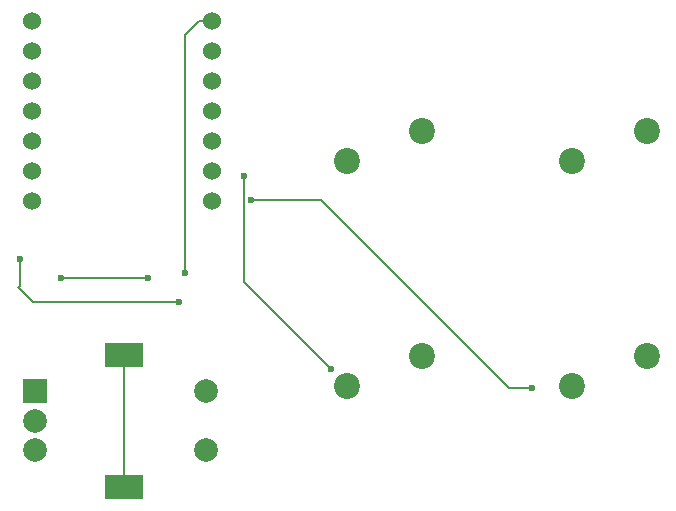
<source format=gbr>
%TF.GenerationSoftware,KiCad,Pcbnew,9.0.2*%
%TF.CreationDate,2025-07-11T16:03:10-07:00*%
%TF.ProjectId,undercity,756e6465-7263-4697-9479-2e6b69636164,rev?*%
%TF.SameCoordinates,Original*%
%TF.FileFunction,Copper,L2,Bot*%
%TF.FilePolarity,Positive*%
%FSLAX46Y46*%
G04 Gerber Fmt 4.6, Leading zero omitted, Abs format (unit mm)*
G04 Created by KiCad (PCBNEW 9.0.2) date 2025-07-11 16:03:10*
%MOMM*%
%LPD*%
G01*
G04 APERTURE LIST*
%TA.AperFunction,ComponentPad*%
%ADD10R,2.000000X2.000000*%
%TD*%
%TA.AperFunction,ComponentPad*%
%ADD11C,2.000000*%
%TD*%
%TA.AperFunction,ComponentPad*%
%ADD12R,3.200000X2.000000*%
%TD*%
%TA.AperFunction,ComponentPad*%
%ADD13C,2.200000*%
%TD*%
%TA.AperFunction,ComponentPad*%
%ADD14C,1.524000*%
%TD*%
%TA.AperFunction,ViaPad*%
%ADD15C,0.600000*%
%TD*%
%TA.AperFunction,Conductor*%
%ADD16C,0.200000*%
%TD*%
G04 APERTURE END LIST*
D10*
%TO.P,SW5,A,A*%
%TO.N,Net-(U1-GPIO26{slash}ADC0{slash}A0)*%
X131000000Y-76700000D03*
D11*
%TO.P,SW5,B,B*%
%TO.N,Net-(U1-GPIO27{slash}ADC1{slash}A1)*%
X131000000Y-81700000D03*
%TO.P,SW5,C,C*%
%TO.N,GND*%
X131000000Y-79200000D03*
D12*
%TO.P,SW5,MP,MP*%
%TO.N,unconnected-(SW5-PadMP)*%
X138500000Y-73600000D03*
X138500000Y-84800000D03*
D11*
%TO.P,SW5,S1,S1*%
%TO.N,Net-(U1-GPIO29{slash}ADC3{slash}A3)*%
X145500000Y-81700000D03*
%TO.P,SW5,S2,S2*%
%TO.N,GND*%
X145500000Y-76700000D03*
%TD*%
D13*
%TO.P,SW4,1,1*%
%TO.N,GND*%
X163760000Y-54620000D03*
%TO.P,SW4,2,2*%
%TO.N,Net-(U1-GPIO3{slash}MOSI)*%
X157410000Y-57160000D03*
%TD*%
D14*
%TO.P,U1,1,GPIO26/ADC0/A0*%
%TO.N,Net-(U1-GPIO26{slash}ADC0{slash}A0)*%
X130780000Y-45348500D03*
%TO.P,U1,2,GPIO27/ADC1/A1*%
%TO.N,Net-(U1-GPIO27{slash}ADC1{slash}A1)*%
X130780000Y-47888500D03*
%TO.P,U1,3,GPIO28/ADC2/A2*%
%TO.N,unconnected-(U1-GPIO28{slash}ADC2{slash}A2-Pad3)*%
X130780000Y-50428500D03*
%TO.P,U1,4,GPIO29/ADC3/A3*%
%TO.N,Net-(U1-GPIO29{slash}ADC3{slash}A3)*%
X130780000Y-52968500D03*
%TO.P,U1,5,GPIO6/SDA*%
%TO.N,Net-(D1-DIN)*%
X130780000Y-55508500D03*
%TO.P,U1,6,GPIO7/SCL*%
%TO.N,unconnected-(U1-GPIO7{slash}SCL-Pad6)*%
X130780000Y-58048500D03*
%TO.P,U1,7,GPIO0/TX*%
%TO.N,unconnected-(U1-GPIO0{slash}TX-Pad7)*%
X130780000Y-60588500D03*
%TO.P,U1,8,GPIO1/RX*%
%TO.N,Net-(U1-GPIO1{slash}RX)*%
X146020000Y-60588500D03*
%TO.P,U1,9,GPIO2/SCK*%
%TO.N,Net-(U1-GPIO2{slash}SCK)*%
X146020000Y-58048500D03*
%TO.P,U1,10,GPIO4/MISO*%
%TO.N,Net-(U1-GPIO4{slash}MISO)*%
X146020000Y-55508500D03*
%TO.P,U1,11,GPIO3/MOSI*%
%TO.N,Net-(U1-GPIO3{slash}MOSI)*%
X146020000Y-52968500D03*
%TO.P,U1,12,3V3*%
%TO.N,unconnected-(U1-3V3-Pad12)*%
X146020000Y-50428500D03*
%TO.P,U1,13,GND*%
%TO.N,GND*%
X146020000Y-47888500D03*
%TO.P,U1,14,VBUS*%
%TO.N,+5V*%
X146020000Y-45348500D03*
%TD*%
D13*
%TO.P,SW1,2,2*%
%TO.N,Net-(U1-GPIO1{slash}RX)*%
X176490000Y-76260000D03*
%TO.P,SW1,1,1*%
%TO.N,GND*%
X182840000Y-73720000D03*
%TD*%
%TO.P,SW2,2,2*%
%TO.N,Net-(U1-GPIO2{slash}SCK)*%
X157410000Y-76260000D03*
%TO.P,SW2,1,1*%
%TO.N,GND*%
X163760000Y-73720000D03*
%TD*%
%TO.P,SW3,2,2*%
%TO.N,Net-(U1-GPIO4{slash}MISO)*%
X176470000Y-57160000D03*
%TO.P,SW3,1,1*%
%TO.N,GND*%
X182820000Y-54620000D03*
%TD*%
D15*
%TO.N,+5V*%
X143700000Y-66700000D03*
X140600000Y-67100000D03*
%TO.N,Net-(U1-GPIO2{slash}SCK)*%
X156100000Y-74800000D03*
X148700000Y-58500000D03*
%TO.N,Net-(U1-GPIO1{slash}RX)*%
X173100000Y-76400000D03*
X149300000Y-60500000D03*
%TO.N,+5V*%
X133200000Y-67100000D03*
%TO.N,Net-(D1-DOUT)*%
X129700000Y-65500000D03*
X143200000Y-69100000D03*
%TD*%
D16*
%TO.N,unconnected-(SW5-PadMP)*%
X138500000Y-73600000D02*
X138500000Y-84800000D01*
%TO.N,+5V*%
X143700000Y-66700000D02*
X143700000Y-46500000D01*
X143700000Y-46500000D02*
X144851500Y-45348500D01*
X144851500Y-45348500D02*
X146020000Y-45348500D01*
X140100000Y-67100000D02*
X140600000Y-67100000D01*
%TO.N,Net-(D1-DOUT)*%
X129600000Y-67900000D02*
X129700000Y-67800000D01*
X129700000Y-67800000D02*
X129700000Y-65500000D01*
%TO.N,Net-(U1-GPIO2{slash}SCK)*%
X148700000Y-67400000D02*
X148700000Y-58500000D01*
X156100000Y-74800000D02*
X148700000Y-67400000D01*
%TO.N,Net-(U1-GPIO1{slash}RX)*%
X155241530Y-60500000D02*
X149300000Y-60500000D01*
X171141530Y-76400000D02*
X155241530Y-60500000D01*
X173100000Y-76400000D02*
X171141530Y-76400000D01*
%TO.N,+5V*%
X133200000Y-67100000D02*
X140100000Y-67100000D01*
%TO.N,Net-(D1-DOUT)*%
X143200000Y-69100000D02*
X130800000Y-69100000D01*
X129600000Y-65600000D02*
X129700000Y-65500000D01*
X130800000Y-69100000D02*
X129600000Y-67900000D01*
%TD*%
M02*

</source>
